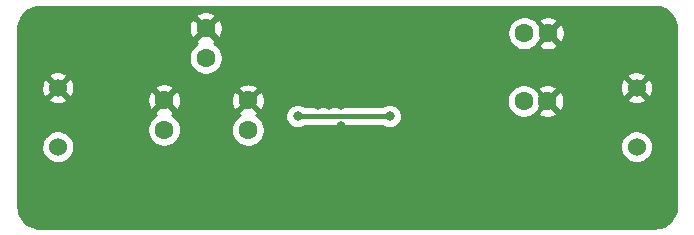
<source format=gbl>
G04 #@! TF.GenerationSoftware,KiCad,Pcbnew,(5.1.0-1220-ga833aeeac)*
G04 #@! TF.CreationDate,2019-07-09T23:07:38+03:00*
G04 #@! TF.ProjectId,proto_II_buck_kicad,70726f74-6f5f-4494-995f-6275636b5f6b,rev?*
G04 #@! TF.SameCoordinates,Original*
G04 #@! TF.FileFunction,Copper,L2,Bot*
G04 #@! TF.FilePolarity,Positive*
%FSLAX46Y46*%
G04 Gerber Fmt 4.6, Leading zero omitted, Abs format (unit mm)*
G04 Created by KiCad (PCBNEW (5.1.0-1220-ga833aeeac)) date 2019-07-09 23:07:38*
%MOMM*%
%LPD*%
G04 APERTURE LIST*
%ADD10C,1.524000*%
%ADD11C,1.600000*%
%ADD12C,0.800000*%
%ADD13C,0.400000*%
%ADD14C,0.254000*%
G04 APERTURE END LIST*
D10*
X144000000Y-122500000D03*
X144000000Y-117500000D03*
X193000000Y-117500000D03*
X193000000Y-122500000D03*
D11*
X160100000Y-118575000D03*
X160100000Y-121075000D03*
X153000000Y-118550000D03*
X153000000Y-121050000D03*
X156525000Y-112475000D03*
X156525000Y-114975000D03*
X185450000Y-118625000D03*
X183450000Y-118625000D03*
X185500000Y-112875000D03*
X183500000Y-112875000D03*
D12*
X164300000Y-119900000D03*
X172100000Y-119900000D03*
X167000000Y-126000000D03*
X168000000Y-126000000D03*
X169000000Y-126000000D03*
X167000000Y-127000000D03*
X168000000Y-127000000D03*
X169000000Y-127000000D03*
X167000000Y-128000000D03*
X168000000Y-128000000D03*
X169000000Y-128000000D03*
X166000000Y-119000000D03*
X167000000Y-119000000D03*
X168000000Y-119000000D03*
X142500000Y-112500000D03*
X145000000Y-112500000D03*
X147500000Y-112500000D03*
X150000000Y-112500000D03*
X152500000Y-112500000D03*
X160000000Y-112500000D03*
X162500000Y-112500000D03*
X165000000Y-112500000D03*
X167500000Y-112500000D03*
X170000000Y-112500000D03*
X172500000Y-112500000D03*
X167500000Y-115000000D03*
X182500000Y-127500000D03*
X187500000Y-127500000D03*
X185000000Y-127500000D03*
X192500000Y-127500000D03*
X190000000Y-127500000D03*
X142500000Y-127500000D03*
X145000000Y-127500000D03*
X147500000Y-127500000D03*
X150000000Y-127500000D03*
X172264290Y-122735710D03*
X175250000Y-122500000D03*
X177000000Y-122500000D03*
X173500000Y-122500000D03*
X152500000Y-127500000D03*
X155000000Y-127500000D03*
X161500000Y-126000000D03*
X166500000Y-115000000D03*
X163250000Y-115750000D03*
X163250000Y-117250000D03*
X168000000Y-124750000D03*
X168000000Y-123750000D03*
X168000000Y-122750000D03*
X168000000Y-121750000D03*
X168000000Y-120750000D03*
X165500000Y-115000000D03*
X176000000Y-114000000D03*
X178000000Y-114000000D03*
X180000000Y-114000000D03*
X156250000Y-129000000D03*
X161500000Y-129000000D03*
X180000000Y-127500000D03*
X191250000Y-128500000D03*
X188750000Y-128500000D03*
X186250000Y-128500000D03*
X183750000Y-128500000D03*
X181250000Y-128500000D03*
X181250000Y-126250000D03*
X183750000Y-126250000D03*
X186250000Y-126250000D03*
X188750000Y-126250000D03*
X191250000Y-126250000D03*
X143750000Y-128500000D03*
X146250000Y-128500000D03*
X148750000Y-128500000D03*
X151250000Y-128500000D03*
X143750000Y-111250000D03*
X146500000Y-111250000D03*
X148750000Y-111250000D03*
X151250000Y-111250000D03*
X154000000Y-111250000D03*
X161250000Y-111250000D03*
X163750000Y-111250000D03*
X166250000Y-111250000D03*
X168750000Y-111250000D03*
X171250000Y-111250000D03*
X174250000Y-114000000D03*
X171250000Y-113750000D03*
X168750000Y-113750000D03*
X166250000Y-113750000D03*
X163750000Y-113750000D03*
D13*
X164300000Y-119900000D02*
X172100000Y-119900000D01*
D14*
G36*
X194434140Y-110635793D02*
G01*
X194452790Y-110638480D01*
X194459045Y-110638911D01*
X194459800Y-110638960D01*
X194732935Y-110656144D01*
X194962185Y-110699876D01*
X195184166Y-110772002D01*
X195395349Y-110871378D01*
X195592403Y-110996433D01*
X195772241Y-111145207D01*
X195932006Y-111315339D01*
X196069191Y-111504159D01*
X196181633Y-111708690D01*
X196267548Y-111925691D01*
X196325590Y-112151748D01*
X196356107Y-112393317D01*
X196360092Y-112520109D01*
X196361939Y-112538064D01*
X196365000Y-112555513D01*
X196365001Y-127430540D01*
X196364206Y-127434141D01*
X196361520Y-127452790D01*
X196361089Y-127459045D01*
X196361040Y-127459800D01*
X196343856Y-127732935D01*
X196300124Y-127962186D01*
X196227999Y-128184164D01*
X196128625Y-128395344D01*
X196003567Y-128592403D01*
X195854797Y-128772236D01*
X195684660Y-128932006D01*
X195495841Y-129069191D01*
X195291312Y-129181632D01*
X195074309Y-129267549D01*
X194848252Y-129325590D01*
X194606683Y-129356107D01*
X194479891Y-129360092D01*
X194461936Y-129361939D01*
X194444487Y-129365000D01*
X142569452Y-129365000D01*
X142565860Y-129364207D01*
X142547210Y-129361520D01*
X142540955Y-129361089D01*
X142540200Y-129361040D01*
X142267065Y-129343856D01*
X142037814Y-129300124D01*
X141815836Y-129227999D01*
X141604656Y-129128625D01*
X141407597Y-129003567D01*
X141227764Y-128854797D01*
X141067994Y-128684660D01*
X140930809Y-128495841D01*
X140818368Y-128291312D01*
X140732451Y-128074309D01*
X140674410Y-127848252D01*
X140643893Y-127606683D01*
X140639908Y-127479891D01*
X140638061Y-127461936D01*
X140635000Y-127444487D01*
X140635000Y-122474595D01*
X142598555Y-122474595D01*
X142612790Y-122700852D01*
X142616205Y-122723171D01*
X142670281Y-122943331D01*
X142677595Y-122964694D01*
X142769804Y-123171798D01*
X142780785Y-123191527D01*
X142908212Y-123379030D01*
X142922513Y-123396502D01*
X143081129Y-123558476D01*
X143098298Y-123573140D01*
X143283091Y-123704465D01*
X143302586Y-123715857D01*
X143507714Y-123812383D01*
X143528918Y-123820143D01*
X143747898Y-123878818D01*
X143770140Y-123882700D01*
X143996049Y-123901671D01*
X144018629Y-123901552D01*
X144244327Y-123880217D01*
X144266528Y-123876103D01*
X144484880Y-123815138D01*
X144506001Y-123807156D01*
X144710107Y-123708487D01*
X144729481Y-123696892D01*
X144912889Y-123563639D01*
X144929904Y-123548796D01*
X145086816Y-123385170D01*
X145100934Y-123367549D01*
X145226390Y-123178722D01*
X145237164Y-123158879D01*
X145327199Y-122950820D01*
X145334289Y-122929383D01*
X145386057Y-122708669D01*
X145389368Y-122682992D01*
X145397041Y-122389972D01*
X145395078Y-122364158D01*
X145354932Y-122141037D01*
X145348974Y-122119258D01*
X145269951Y-121906772D01*
X145260230Y-121886393D01*
X145144829Y-121691259D01*
X145131653Y-121672922D01*
X144983519Y-121501308D01*
X144967305Y-121485595D01*
X144791123Y-121342926D01*
X144772382Y-121330333D01*
X144573720Y-121221117D01*
X144553045Y-121212041D01*
X144338182Y-121139732D01*
X144316227Y-121134461D01*
X144091955Y-121101343D01*
X144069413Y-121100044D01*
X143842821Y-121107165D01*
X143820405Y-121109877D01*
X143598654Y-121157012D01*
X143577073Y-121163651D01*
X143367175Y-121249309D01*
X143347111Y-121259665D01*
X143155698Y-121381139D01*
X143137785Y-121394885D01*
X142970909Y-121548336D01*
X142955713Y-121565036D01*
X142818648Y-121745612D01*
X142806649Y-121764739D01*
X142703727Y-121966734D01*
X142695305Y-121987684D01*
X142629781Y-122204712D01*
X142625203Y-122226822D01*
X142599146Y-122452024D01*
X142598555Y-122474595D01*
X140635000Y-122474595D01*
X140635000Y-120935565D01*
X151565000Y-120935565D01*
X151565000Y-121164435D01*
X151566929Y-121186488D01*
X151606672Y-121411881D01*
X151612402Y-121433265D01*
X151690681Y-121648333D01*
X151700037Y-121668396D01*
X151814472Y-121866604D01*
X151827170Y-121884738D01*
X151974285Y-122060062D01*
X151989938Y-122075715D01*
X152165262Y-122222830D01*
X152183396Y-122235528D01*
X152381604Y-122349963D01*
X152401667Y-122359319D01*
X152616735Y-122437598D01*
X152638119Y-122443328D01*
X152863512Y-122483071D01*
X152885565Y-122485000D01*
X153114435Y-122485000D01*
X153136488Y-122483071D01*
X153361881Y-122443328D01*
X153383265Y-122437598D01*
X153598333Y-122359319D01*
X153618396Y-122349963D01*
X153816604Y-122235528D01*
X153834738Y-122222830D01*
X154010062Y-122075715D01*
X154025715Y-122060062D01*
X154172830Y-121884738D01*
X154185528Y-121866604D01*
X154299963Y-121668396D01*
X154309319Y-121648333D01*
X154387598Y-121433265D01*
X154393328Y-121411881D01*
X154433071Y-121186488D01*
X154435000Y-121164435D01*
X154435000Y-120960565D01*
X158665000Y-120960565D01*
X158665000Y-121189435D01*
X158666929Y-121211488D01*
X158706672Y-121436881D01*
X158712402Y-121458265D01*
X158790681Y-121673333D01*
X158800037Y-121693396D01*
X158914472Y-121891604D01*
X158927170Y-121909738D01*
X159074285Y-122085062D01*
X159089938Y-122100715D01*
X159265262Y-122247830D01*
X159283396Y-122260528D01*
X159481604Y-122374963D01*
X159501667Y-122384319D01*
X159716735Y-122462598D01*
X159738119Y-122468328D01*
X159963512Y-122508071D01*
X159985565Y-122510000D01*
X160214435Y-122510000D01*
X160236488Y-122508071D01*
X160426339Y-122474595D01*
X191598555Y-122474595D01*
X191612790Y-122700852D01*
X191616205Y-122723171D01*
X191670281Y-122943331D01*
X191677595Y-122964694D01*
X191769804Y-123171798D01*
X191780785Y-123191527D01*
X191908212Y-123379030D01*
X191922513Y-123396502D01*
X192081129Y-123558476D01*
X192098298Y-123573140D01*
X192283091Y-123704465D01*
X192302586Y-123715857D01*
X192507714Y-123812383D01*
X192528918Y-123820143D01*
X192747898Y-123878818D01*
X192770140Y-123882700D01*
X192996049Y-123901671D01*
X193018629Y-123901552D01*
X193244327Y-123880217D01*
X193266528Y-123876103D01*
X193484880Y-123815138D01*
X193506001Y-123807156D01*
X193710107Y-123708487D01*
X193729481Y-123696892D01*
X193912889Y-123563639D01*
X193929904Y-123548796D01*
X194086816Y-123385170D01*
X194100934Y-123367549D01*
X194226390Y-123178722D01*
X194237164Y-123158879D01*
X194327199Y-122950820D01*
X194334289Y-122929383D01*
X194386057Y-122708669D01*
X194389368Y-122682992D01*
X194397041Y-122389972D01*
X194395078Y-122364158D01*
X194354932Y-122141037D01*
X194348974Y-122119258D01*
X194269951Y-121906772D01*
X194260230Y-121886393D01*
X194144829Y-121691259D01*
X194131653Y-121672922D01*
X193983519Y-121501308D01*
X193967305Y-121485595D01*
X193791123Y-121342926D01*
X193772382Y-121330333D01*
X193573720Y-121221117D01*
X193553045Y-121212041D01*
X193338182Y-121139732D01*
X193316227Y-121134461D01*
X193091955Y-121101343D01*
X193069413Y-121100044D01*
X192842821Y-121107165D01*
X192820405Y-121109877D01*
X192598654Y-121157012D01*
X192577073Y-121163651D01*
X192367175Y-121249309D01*
X192347111Y-121259665D01*
X192155698Y-121381139D01*
X192137785Y-121394885D01*
X191970909Y-121548336D01*
X191955713Y-121565036D01*
X191818648Y-121745612D01*
X191806649Y-121764739D01*
X191703727Y-121966734D01*
X191695305Y-121987684D01*
X191629781Y-122204712D01*
X191625203Y-122226822D01*
X191599146Y-122452024D01*
X191598555Y-122474595D01*
X160426339Y-122474595D01*
X160461881Y-122468328D01*
X160483265Y-122462598D01*
X160698333Y-122384319D01*
X160718396Y-122374963D01*
X160916604Y-122260528D01*
X160934738Y-122247830D01*
X161110062Y-122100715D01*
X161125715Y-122085062D01*
X161272830Y-121909738D01*
X161285528Y-121891604D01*
X161399963Y-121693396D01*
X161409319Y-121673333D01*
X161487598Y-121458265D01*
X161493328Y-121436881D01*
X161533071Y-121211488D01*
X161535000Y-121189435D01*
X161535000Y-120960565D01*
X161533071Y-120938512D01*
X161493328Y-120713119D01*
X161487598Y-120691735D01*
X161409319Y-120476667D01*
X161399963Y-120456604D01*
X161285528Y-120258396D01*
X161272830Y-120240262D01*
X161125715Y-120064938D01*
X161110062Y-120049285D01*
X160934738Y-119902170D01*
X160916604Y-119889472D01*
X160804935Y-119825000D01*
X160882080Y-119780460D01*
X163265000Y-119780460D01*
X163265000Y-120019540D01*
X163269327Y-120052410D01*
X163331206Y-120283345D01*
X163343894Y-120313975D01*
X163463434Y-120521025D01*
X163483616Y-120547328D01*
X163652672Y-120716384D01*
X163678975Y-120736566D01*
X163886025Y-120856106D01*
X163916655Y-120868794D01*
X164147590Y-120930673D01*
X164180460Y-120935000D01*
X164419540Y-120935000D01*
X164452410Y-120930673D01*
X164683345Y-120868794D01*
X164713975Y-120856106D01*
X164921025Y-120736566D01*
X164923066Y-120735000D01*
X171476934Y-120735000D01*
X171478975Y-120736566D01*
X171686025Y-120856106D01*
X171716655Y-120868794D01*
X171947590Y-120930673D01*
X171980460Y-120935000D01*
X172219540Y-120935000D01*
X172252410Y-120930673D01*
X172483345Y-120868794D01*
X172513975Y-120856106D01*
X172721025Y-120736566D01*
X172747328Y-120716384D01*
X172916384Y-120547328D01*
X172936566Y-120521025D01*
X173056106Y-120313975D01*
X173068794Y-120283345D01*
X173130673Y-120052410D01*
X173135000Y-120019540D01*
X173135000Y-119780460D01*
X173130673Y-119747590D01*
X173068794Y-119516655D01*
X173056106Y-119486025D01*
X172936566Y-119278975D01*
X172916384Y-119252672D01*
X172747328Y-119083616D01*
X172721025Y-119063434D01*
X172513975Y-118943894D01*
X172483345Y-118931206D01*
X172252410Y-118869327D01*
X172219540Y-118865000D01*
X171980460Y-118865000D01*
X171947590Y-118869327D01*
X171716655Y-118931206D01*
X171686025Y-118943894D01*
X171478975Y-119063434D01*
X171476934Y-119065000D01*
X164923066Y-119065000D01*
X164921025Y-119063434D01*
X164713975Y-118943894D01*
X164683345Y-118931206D01*
X164452410Y-118869327D01*
X164419540Y-118865000D01*
X164180460Y-118865000D01*
X164147590Y-118869327D01*
X163916655Y-118931206D01*
X163886025Y-118943894D01*
X163678975Y-119063434D01*
X163652672Y-119083616D01*
X163483616Y-119252672D01*
X163463434Y-119278975D01*
X163343894Y-119486025D01*
X163331206Y-119516655D01*
X163269327Y-119747590D01*
X163265000Y-119780460D01*
X160882080Y-119780460D01*
X160893292Y-119773987D01*
X160942674Y-119722197D01*
X160956217Y-119651930D01*
X160919595Y-119574199D01*
X160189803Y-118844407D01*
X160126996Y-118810112D01*
X160055618Y-118815217D01*
X160010197Y-118844407D01*
X159280405Y-119574199D01*
X159246110Y-119637006D01*
X159251215Y-119708384D01*
X159306708Y-119773987D01*
X159395065Y-119825000D01*
X159283396Y-119889472D01*
X159265262Y-119902170D01*
X159089938Y-120049285D01*
X159074285Y-120064938D01*
X158927170Y-120240262D01*
X158914472Y-120258396D01*
X158800037Y-120456604D01*
X158790681Y-120476667D01*
X158712402Y-120691735D01*
X158706672Y-120713119D01*
X158666929Y-120938512D01*
X158665000Y-120960565D01*
X154435000Y-120960565D01*
X154435000Y-120935565D01*
X154433071Y-120913512D01*
X154393328Y-120688119D01*
X154387598Y-120666735D01*
X154309319Y-120451667D01*
X154299963Y-120431604D01*
X154185528Y-120233396D01*
X154172830Y-120215262D01*
X154025715Y-120039938D01*
X154010062Y-120024285D01*
X153834738Y-119877170D01*
X153816604Y-119864472D01*
X153704935Y-119800000D01*
X153793292Y-119748987D01*
X153842674Y-119697197D01*
X153856217Y-119626930D01*
X153819595Y-119549199D01*
X153089803Y-118819407D01*
X153026996Y-118785112D01*
X152955618Y-118790217D01*
X152910197Y-118819407D01*
X152180405Y-119549199D01*
X152146110Y-119612006D01*
X152151215Y-119683384D01*
X152206708Y-119748987D01*
X152295065Y-119800000D01*
X152183396Y-119864472D01*
X152165262Y-119877170D01*
X151989938Y-120024285D01*
X151974285Y-120039938D01*
X151827170Y-120215262D01*
X151814472Y-120233396D01*
X151700037Y-120431604D01*
X151690681Y-120451667D01*
X151612402Y-120666735D01*
X151606672Y-120688119D01*
X151566929Y-120913512D01*
X151565000Y-120935565D01*
X140635000Y-120935565D01*
X140635000Y-118533072D01*
X143175044Y-118533072D01*
X143180149Y-118604450D01*
X143225573Y-118663589D01*
X143283091Y-118704465D01*
X143302586Y-118715857D01*
X143507714Y-118812383D01*
X143528918Y-118820143D01*
X143747898Y-118878818D01*
X143770140Y-118882700D01*
X143996049Y-118901671D01*
X144018629Y-118901552D01*
X144244327Y-118880217D01*
X144266528Y-118876103D01*
X144484880Y-118815138D01*
X144506001Y-118807156D01*
X144710107Y-118708487D01*
X144729481Y-118696893D01*
X144775877Y-118663185D01*
X144819575Y-118606517D01*
X144825700Y-118535219D01*
X144791032Y-118470636D01*
X144755961Y-118435565D01*
X151565000Y-118435565D01*
X151565000Y-118664435D01*
X151566929Y-118686488D01*
X151606672Y-118911881D01*
X151612402Y-118933265D01*
X151690681Y-119148333D01*
X151700037Y-119168396D01*
X151801013Y-119343292D01*
X151852803Y-119392674D01*
X151923070Y-119406217D01*
X152000801Y-119369595D01*
X152730593Y-118639803D01*
X152764888Y-118576996D01*
X152761027Y-118523004D01*
X153235112Y-118523004D01*
X153240217Y-118594382D01*
X153269407Y-118639803D01*
X153999199Y-119369595D01*
X154062006Y-119403890D01*
X154133384Y-119398785D01*
X154198987Y-119343292D01*
X154299963Y-119168396D01*
X154309319Y-119148333D01*
X154387598Y-118933265D01*
X154393328Y-118911881D01*
X154433071Y-118686488D01*
X154435000Y-118664435D01*
X154435000Y-118460565D01*
X158665000Y-118460565D01*
X158665000Y-118689435D01*
X158666929Y-118711488D01*
X158706672Y-118936881D01*
X158712402Y-118958265D01*
X158790681Y-119173333D01*
X158800037Y-119193396D01*
X158901013Y-119368292D01*
X158952803Y-119417674D01*
X159023070Y-119431217D01*
X159100801Y-119394595D01*
X159830593Y-118664803D01*
X159864888Y-118601996D01*
X159861027Y-118548004D01*
X160335112Y-118548004D01*
X160340217Y-118619382D01*
X160369407Y-118664803D01*
X161099199Y-119394595D01*
X161162006Y-119428890D01*
X161233384Y-119423785D01*
X161298987Y-119368292D01*
X161399963Y-119193396D01*
X161409319Y-119173333D01*
X161487598Y-118958265D01*
X161493328Y-118936881D01*
X161533071Y-118711488D01*
X161535000Y-118689435D01*
X161535000Y-118510565D01*
X182015000Y-118510565D01*
X182015000Y-118739435D01*
X182016929Y-118761488D01*
X182056672Y-118986881D01*
X182062402Y-119008265D01*
X182140681Y-119223333D01*
X182150037Y-119243396D01*
X182264472Y-119441604D01*
X182277170Y-119459738D01*
X182424285Y-119635062D01*
X182439938Y-119650715D01*
X182615262Y-119797830D01*
X182633396Y-119810528D01*
X182831604Y-119924963D01*
X182851667Y-119934319D01*
X183066735Y-120012598D01*
X183088119Y-120018328D01*
X183313512Y-120058071D01*
X183335565Y-120060000D01*
X183564435Y-120060000D01*
X183586488Y-120058071D01*
X183811881Y-120018328D01*
X183833265Y-120012598D01*
X184048333Y-119934319D01*
X184068396Y-119924963D01*
X184266604Y-119810528D01*
X184284738Y-119797830D01*
X184416812Y-119687006D01*
X184596110Y-119687006D01*
X184601215Y-119758384D01*
X184656708Y-119823987D01*
X184831604Y-119924963D01*
X184851667Y-119934319D01*
X185066735Y-120012598D01*
X185088119Y-120018328D01*
X185313512Y-120058071D01*
X185335565Y-120060000D01*
X185564435Y-120060000D01*
X185586488Y-120058071D01*
X185811881Y-120018328D01*
X185833265Y-120012598D01*
X186048333Y-119934319D01*
X186068396Y-119924963D01*
X186243292Y-119823987D01*
X186292674Y-119772197D01*
X186306217Y-119701930D01*
X186269595Y-119624199D01*
X185539803Y-118894407D01*
X185476996Y-118860112D01*
X185405618Y-118865217D01*
X185360197Y-118894407D01*
X184630405Y-119624199D01*
X184596110Y-119687006D01*
X184416812Y-119687006D01*
X184460062Y-119650715D01*
X184475715Y-119635062D01*
X184622830Y-119459738D01*
X184635528Y-119441604D01*
X184749963Y-119243396D01*
X184759319Y-119223333D01*
X184809252Y-119086144D01*
X185180593Y-118714803D01*
X185214888Y-118651996D01*
X185211027Y-118598004D01*
X185685112Y-118598004D01*
X185690217Y-118669382D01*
X185719407Y-118714803D01*
X186449199Y-119444595D01*
X186512006Y-119478890D01*
X186583384Y-119473785D01*
X186648987Y-119418292D01*
X186749963Y-119243396D01*
X186759319Y-119223333D01*
X186837598Y-119008265D01*
X186843328Y-118986881D01*
X186883071Y-118761488D01*
X186885000Y-118739435D01*
X186885000Y-118533072D01*
X192175044Y-118533072D01*
X192180149Y-118604450D01*
X192225573Y-118663589D01*
X192283091Y-118704465D01*
X192302586Y-118715857D01*
X192507714Y-118812383D01*
X192528918Y-118820143D01*
X192747898Y-118878818D01*
X192770140Y-118882700D01*
X192996049Y-118901671D01*
X193018629Y-118901552D01*
X193244327Y-118880217D01*
X193266528Y-118876103D01*
X193484880Y-118815138D01*
X193506001Y-118807156D01*
X193710107Y-118708487D01*
X193729481Y-118696893D01*
X193775877Y-118663185D01*
X193819575Y-118606517D01*
X193825700Y-118535219D01*
X193791032Y-118470636D01*
X193089803Y-117769407D01*
X193026996Y-117735112D01*
X192955618Y-117740217D01*
X192910197Y-117769407D01*
X192209339Y-118470265D01*
X192175044Y-118533072D01*
X186885000Y-118533072D01*
X186885000Y-118510565D01*
X186883071Y-118488512D01*
X186843328Y-118263119D01*
X186837598Y-118241735D01*
X186759319Y-118026667D01*
X186749963Y-118006604D01*
X186648987Y-117831708D01*
X186597197Y-117782326D01*
X186526930Y-117768783D01*
X186449199Y-117805405D01*
X185719407Y-118535197D01*
X185685112Y-118598004D01*
X185211027Y-118598004D01*
X185209783Y-118580618D01*
X185180593Y-118535197D01*
X184809252Y-118163856D01*
X184759319Y-118026667D01*
X184749963Y-118006604D01*
X184635528Y-117808396D01*
X184622830Y-117790262D01*
X184475715Y-117614938D01*
X184460062Y-117599285D01*
X184399027Y-117548070D01*
X184593783Y-117548070D01*
X184630405Y-117625801D01*
X185360197Y-118355593D01*
X185423004Y-118389888D01*
X185494382Y-118384783D01*
X185539803Y-118355593D01*
X186269595Y-117625801D01*
X186303890Y-117562994D01*
X186298785Y-117491616D01*
X186284388Y-117474595D01*
X191598555Y-117474595D01*
X191612790Y-117700852D01*
X191616205Y-117723171D01*
X191670281Y-117943331D01*
X191677595Y-117964694D01*
X191769804Y-118171798D01*
X191780784Y-118191526D01*
X191835336Y-118271798D01*
X191890604Y-118317255D01*
X191961674Y-118325615D01*
X192030179Y-118290217D01*
X192730593Y-117589803D01*
X192764888Y-117526996D01*
X192761027Y-117473004D01*
X193235112Y-117473004D01*
X193240217Y-117544382D01*
X193269407Y-117589803D01*
X193969748Y-118290144D01*
X194032555Y-118324439D01*
X194103933Y-118319334D01*
X194165332Y-118270622D01*
X194226390Y-118178722D01*
X194237164Y-118158879D01*
X194327199Y-117950820D01*
X194334289Y-117929383D01*
X194386057Y-117708669D01*
X194389368Y-117682992D01*
X194397041Y-117389972D01*
X194395078Y-117364158D01*
X194354932Y-117141037D01*
X194348974Y-117119258D01*
X194269951Y-116906772D01*
X194260230Y-116886393D01*
X194170020Y-116733856D01*
X194117716Y-116685019D01*
X194047311Y-116672212D01*
X193970903Y-116708701D01*
X193269407Y-117410197D01*
X193235112Y-117473004D01*
X192761027Y-117473004D01*
X192759783Y-117455618D01*
X192730593Y-117410197D01*
X192028328Y-116707932D01*
X191965521Y-116673637D01*
X191894143Y-116678742D01*
X191837364Y-116720953D01*
X191818646Y-116745614D01*
X191806649Y-116764739D01*
X191703727Y-116966734D01*
X191695305Y-116987684D01*
X191629781Y-117204712D01*
X191625203Y-117226822D01*
X191599146Y-117452024D01*
X191598555Y-117474595D01*
X186284388Y-117474595D01*
X186243292Y-117426013D01*
X186068396Y-117325037D01*
X186048333Y-117315681D01*
X185833265Y-117237402D01*
X185811881Y-117231672D01*
X185586488Y-117191929D01*
X185564435Y-117190000D01*
X185335565Y-117190000D01*
X185313512Y-117191929D01*
X185088119Y-117231672D01*
X185066735Y-117237402D01*
X184851667Y-117315681D01*
X184831604Y-117325037D01*
X184656708Y-117426013D01*
X184607326Y-117477803D01*
X184593783Y-117548070D01*
X184399027Y-117548070D01*
X184284738Y-117452170D01*
X184266604Y-117439472D01*
X184068396Y-117325037D01*
X184048333Y-117315681D01*
X183833265Y-117237402D01*
X183811881Y-117231672D01*
X183586488Y-117191929D01*
X183564435Y-117190000D01*
X183335565Y-117190000D01*
X183313512Y-117191929D01*
X183088119Y-117231672D01*
X183066735Y-117237402D01*
X182851667Y-117315681D01*
X182831604Y-117325037D01*
X182633396Y-117439472D01*
X182615262Y-117452170D01*
X182439938Y-117599285D01*
X182424285Y-117614938D01*
X182277170Y-117790262D01*
X182264472Y-117808396D01*
X182150037Y-118006604D01*
X182140681Y-118026667D01*
X182062402Y-118241735D01*
X182056672Y-118263119D01*
X182016929Y-118488512D01*
X182015000Y-118510565D01*
X161535000Y-118510565D01*
X161535000Y-118460565D01*
X161533071Y-118438512D01*
X161493328Y-118213119D01*
X161487598Y-118191735D01*
X161409319Y-117976667D01*
X161399963Y-117956604D01*
X161298987Y-117781708D01*
X161247197Y-117732326D01*
X161176930Y-117718783D01*
X161099199Y-117755405D01*
X160369407Y-118485197D01*
X160335112Y-118548004D01*
X159861027Y-118548004D01*
X159859783Y-118530618D01*
X159830593Y-118485197D01*
X159100801Y-117755405D01*
X159037994Y-117721110D01*
X158966616Y-117726215D01*
X158901013Y-117781708D01*
X158800037Y-117956604D01*
X158790681Y-117976667D01*
X158712402Y-118191735D01*
X158706672Y-118213119D01*
X158666929Y-118438512D01*
X158665000Y-118460565D01*
X154435000Y-118460565D01*
X154435000Y-118435565D01*
X154433071Y-118413512D01*
X154393328Y-118188119D01*
X154387598Y-118166735D01*
X154309319Y-117951667D01*
X154299963Y-117931604D01*
X154198987Y-117756708D01*
X154147197Y-117707326D01*
X154076930Y-117693783D01*
X153999199Y-117730405D01*
X153269407Y-118460197D01*
X153235112Y-118523004D01*
X152761027Y-118523004D01*
X152759783Y-118505618D01*
X152730593Y-118460197D01*
X152000801Y-117730405D01*
X151937994Y-117696110D01*
X151866616Y-117701215D01*
X151801013Y-117756708D01*
X151700037Y-117931604D01*
X151690681Y-117951667D01*
X151612402Y-118166735D01*
X151606672Y-118188119D01*
X151566929Y-118413512D01*
X151565000Y-118435565D01*
X144755961Y-118435565D01*
X144089803Y-117769407D01*
X144026996Y-117735112D01*
X143955618Y-117740217D01*
X143910197Y-117769407D01*
X143209339Y-118470265D01*
X143175044Y-118533072D01*
X140635000Y-118533072D01*
X140635000Y-117474595D01*
X142598555Y-117474595D01*
X142612790Y-117700852D01*
X142616205Y-117723171D01*
X142670281Y-117943331D01*
X142677595Y-117964694D01*
X142769804Y-118171798D01*
X142780784Y-118191526D01*
X142835336Y-118271798D01*
X142890604Y-118317255D01*
X142961674Y-118325615D01*
X143030179Y-118290217D01*
X143730593Y-117589803D01*
X143764888Y-117526996D01*
X143761027Y-117473004D01*
X144235112Y-117473004D01*
X144240217Y-117544382D01*
X144269407Y-117589803D01*
X144969748Y-118290144D01*
X145032555Y-118324439D01*
X145103933Y-118319334D01*
X145165332Y-118270622D01*
X145226390Y-118178722D01*
X145237164Y-118158879D01*
X145327199Y-117950820D01*
X145334289Y-117929383D01*
X145386057Y-117708669D01*
X145389368Y-117682992D01*
X145394865Y-117473070D01*
X152143783Y-117473070D01*
X152180405Y-117550801D01*
X152910197Y-118280593D01*
X152973004Y-118314888D01*
X153044382Y-118309783D01*
X153089803Y-118280593D01*
X153819595Y-117550801D01*
X153848388Y-117498070D01*
X159243783Y-117498070D01*
X159280405Y-117575801D01*
X160010197Y-118305593D01*
X160073004Y-118339888D01*
X160144382Y-118334783D01*
X160189803Y-118305593D01*
X160919595Y-117575801D01*
X160953890Y-117512994D01*
X160948785Y-117441616D01*
X160893292Y-117376013D01*
X160718396Y-117275037D01*
X160698333Y-117265681D01*
X160483265Y-117187402D01*
X160461881Y-117181672D01*
X160236488Y-117141929D01*
X160214435Y-117140000D01*
X159985565Y-117140000D01*
X159963512Y-117141929D01*
X159738119Y-117181672D01*
X159716735Y-117187402D01*
X159501667Y-117265681D01*
X159481604Y-117275037D01*
X159306708Y-117376013D01*
X159257326Y-117427803D01*
X159243783Y-117498070D01*
X153848388Y-117498070D01*
X153853890Y-117487994D01*
X153848785Y-117416616D01*
X153793292Y-117351013D01*
X153618396Y-117250037D01*
X153598333Y-117240681D01*
X153383265Y-117162402D01*
X153361881Y-117156672D01*
X153136488Y-117116929D01*
X153114435Y-117115000D01*
X152885565Y-117115000D01*
X152863512Y-117116929D01*
X152638119Y-117156672D01*
X152616735Y-117162402D01*
X152401667Y-117240681D01*
X152381604Y-117250037D01*
X152206708Y-117351013D01*
X152157326Y-117402803D01*
X152143783Y-117473070D01*
X145394865Y-117473070D01*
X145397041Y-117389972D01*
X145395078Y-117364158D01*
X145354932Y-117141037D01*
X145348974Y-117119258D01*
X145269951Y-116906772D01*
X145260230Y-116886393D01*
X145170020Y-116733856D01*
X145117716Y-116685019D01*
X145047311Y-116672212D01*
X144970903Y-116708701D01*
X144269407Y-117410197D01*
X144235112Y-117473004D01*
X143761027Y-117473004D01*
X143759783Y-117455618D01*
X143730593Y-117410197D01*
X143028328Y-116707932D01*
X142965521Y-116673637D01*
X142894143Y-116678742D01*
X142837364Y-116720953D01*
X142818646Y-116745614D01*
X142806649Y-116764739D01*
X142703727Y-116966734D01*
X142695305Y-116987684D01*
X142629781Y-117204712D01*
X142625203Y-117226822D01*
X142599146Y-117452024D01*
X142598555Y-117474595D01*
X140635000Y-117474595D01*
X140635000Y-116457648D01*
X143173694Y-116457648D01*
X143209700Y-116530096D01*
X143910197Y-117230593D01*
X143973004Y-117264888D01*
X144044382Y-117259783D01*
X144089803Y-117230593D01*
X144793238Y-116527158D01*
X144827533Y-116464351D01*
X144827054Y-116457648D01*
X192173694Y-116457648D01*
X192209700Y-116530096D01*
X192910197Y-117230593D01*
X192973004Y-117264888D01*
X193044382Y-117259783D01*
X193089803Y-117230593D01*
X193793238Y-116527158D01*
X193827533Y-116464351D01*
X193822428Y-116392973D01*
X193764618Y-116326064D01*
X193573720Y-116221117D01*
X193553045Y-116212041D01*
X193338182Y-116139732D01*
X193316227Y-116134461D01*
X193091955Y-116101343D01*
X193069413Y-116100044D01*
X192842821Y-116107165D01*
X192820405Y-116109877D01*
X192598654Y-116157012D01*
X192577073Y-116163651D01*
X192367175Y-116249309D01*
X192347112Y-116259665D01*
X192231454Y-116333063D01*
X192184283Y-116386876D01*
X192173694Y-116457648D01*
X144827054Y-116457648D01*
X144822428Y-116392973D01*
X144764618Y-116326064D01*
X144573720Y-116221117D01*
X144553045Y-116212041D01*
X144338182Y-116139732D01*
X144316227Y-116134461D01*
X144091955Y-116101343D01*
X144069413Y-116100044D01*
X143842821Y-116107165D01*
X143820405Y-116109877D01*
X143598654Y-116157012D01*
X143577073Y-116163651D01*
X143367175Y-116249309D01*
X143347112Y-116259665D01*
X143231454Y-116333063D01*
X143184283Y-116386876D01*
X143173694Y-116457648D01*
X140635000Y-116457648D01*
X140635000Y-114860565D01*
X155090000Y-114860565D01*
X155090000Y-115089435D01*
X155091929Y-115111488D01*
X155131672Y-115336881D01*
X155137402Y-115358265D01*
X155215681Y-115573333D01*
X155225037Y-115593396D01*
X155339472Y-115791604D01*
X155352170Y-115809738D01*
X155499285Y-115985062D01*
X155514938Y-116000715D01*
X155690262Y-116147830D01*
X155708396Y-116160528D01*
X155906604Y-116274963D01*
X155926667Y-116284319D01*
X156141735Y-116362598D01*
X156163119Y-116368328D01*
X156388512Y-116408071D01*
X156410565Y-116410000D01*
X156639435Y-116410000D01*
X156661488Y-116408071D01*
X156886881Y-116368328D01*
X156908265Y-116362598D01*
X157123333Y-116284319D01*
X157143396Y-116274963D01*
X157341604Y-116160528D01*
X157359738Y-116147830D01*
X157535062Y-116000715D01*
X157550715Y-115985062D01*
X157697830Y-115809738D01*
X157710528Y-115791604D01*
X157824963Y-115593396D01*
X157834319Y-115573333D01*
X157912598Y-115358265D01*
X157918328Y-115336881D01*
X157958071Y-115111488D01*
X157960000Y-115089435D01*
X157960000Y-114860565D01*
X157958071Y-114838512D01*
X157918328Y-114613119D01*
X157912598Y-114591735D01*
X157834319Y-114376667D01*
X157824963Y-114356604D01*
X157710528Y-114158396D01*
X157697830Y-114140262D01*
X157550715Y-113964938D01*
X157535062Y-113949285D01*
X157359738Y-113802170D01*
X157341604Y-113789472D01*
X157229935Y-113725000D01*
X157318292Y-113673987D01*
X157367674Y-113622197D01*
X157381217Y-113551930D01*
X157344595Y-113474199D01*
X156614803Y-112744407D01*
X156551996Y-112710112D01*
X156480618Y-112715217D01*
X156435197Y-112744407D01*
X155705405Y-113474199D01*
X155671110Y-113537006D01*
X155676215Y-113608384D01*
X155731708Y-113673987D01*
X155820065Y-113725000D01*
X155708396Y-113789472D01*
X155690262Y-113802170D01*
X155514938Y-113949285D01*
X155499285Y-113964938D01*
X155352170Y-114140262D01*
X155339472Y-114158396D01*
X155225037Y-114356604D01*
X155215681Y-114376667D01*
X155137402Y-114591735D01*
X155131672Y-114613119D01*
X155091929Y-114838512D01*
X155090000Y-114860565D01*
X140635000Y-114860565D01*
X140635000Y-112569452D01*
X140635793Y-112565860D01*
X140638480Y-112547210D01*
X140638911Y-112540955D01*
X140638960Y-112540200D01*
X140650261Y-112360565D01*
X155090000Y-112360565D01*
X155090000Y-112589435D01*
X155091929Y-112611488D01*
X155131672Y-112836881D01*
X155137402Y-112858265D01*
X155215681Y-113073333D01*
X155225037Y-113093396D01*
X155326013Y-113268292D01*
X155377803Y-113317674D01*
X155448070Y-113331217D01*
X155525801Y-113294595D01*
X156255593Y-112564803D01*
X156289888Y-112501996D01*
X156286027Y-112448004D01*
X156760112Y-112448004D01*
X156765217Y-112519382D01*
X156794407Y-112564803D01*
X157524199Y-113294595D01*
X157587006Y-113328890D01*
X157658384Y-113323785D01*
X157723987Y-113268292D01*
X157824963Y-113093396D01*
X157834319Y-113073333D01*
X157912598Y-112858265D01*
X157918328Y-112836881D01*
X157931784Y-112760565D01*
X182065000Y-112760565D01*
X182065000Y-112989435D01*
X182066929Y-113011488D01*
X182106672Y-113236881D01*
X182112402Y-113258265D01*
X182190681Y-113473333D01*
X182200037Y-113493396D01*
X182314472Y-113691604D01*
X182327170Y-113709738D01*
X182474285Y-113885062D01*
X182489938Y-113900715D01*
X182665262Y-114047830D01*
X182683396Y-114060528D01*
X182881604Y-114174963D01*
X182901667Y-114184319D01*
X183116735Y-114262598D01*
X183138119Y-114268328D01*
X183363512Y-114308071D01*
X183385565Y-114310000D01*
X183614435Y-114310000D01*
X183636488Y-114308071D01*
X183861881Y-114268328D01*
X183883265Y-114262598D01*
X184098333Y-114184319D01*
X184118396Y-114174963D01*
X184316604Y-114060528D01*
X184334738Y-114047830D01*
X184466812Y-113937006D01*
X184646110Y-113937006D01*
X184651215Y-114008384D01*
X184706708Y-114073987D01*
X184881604Y-114174963D01*
X184901667Y-114184319D01*
X185116735Y-114262598D01*
X185138119Y-114268328D01*
X185363512Y-114308071D01*
X185385565Y-114310000D01*
X185614435Y-114310000D01*
X185636488Y-114308071D01*
X185861881Y-114268328D01*
X185883265Y-114262598D01*
X186098333Y-114184319D01*
X186118396Y-114174963D01*
X186293292Y-114073987D01*
X186342674Y-114022197D01*
X186356217Y-113951930D01*
X186319595Y-113874199D01*
X185589803Y-113144407D01*
X185526996Y-113110112D01*
X185455618Y-113115217D01*
X185410197Y-113144407D01*
X184680405Y-113874199D01*
X184646110Y-113937006D01*
X184466812Y-113937006D01*
X184510062Y-113900715D01*
X184525715Y-113885062D01*
X184672830Y-113709738D01*
X184685528Y-113691604D01*
X184799963Y-113493396D01*
X184809319Y-113473333D01*
X184859252Y-113336144D01*
X185230593Y-112964803D01*
X185264888Y-112901996D01*
X185261027Y-112848004D01*
X185735112Y-112848004D01*
X185740217Y-112919382D01*
X185769407Y-112964803D01*
X186499199Y-113694595D01*
X186562006Y-113728890D01*
X186633384Y-113723785D01*
X186698987Y-113668292D01*
X186799963Y-113493396D01*
X186809319Y-113473333D01*
X186887598Y-113258265D01*
X186893328Y-113236881D01*
X186933071Y-113011488D01*
X186935000Y-112989435D01*
X186935000Y-112760565D01*
X186933071Y-112738512D01*
X186893328Y-112513119D01*
X186887598Y-112491735D01*
X186809319Y-112276667D01*
X186799963Y-112256604D01*
X186698987Y-112081708D01*
X186647197Y-112032326D01*
X186576930Y-112018783D01*
X186499199Y-112055405D01*
X185769407Y-112785197D01*
X185735112Y-112848004D01*
X185261027Y-112848004D01*
X185259783Y-112830618D01*
X185230593Y-112785197D01*
X184859252Y-112413856D01*
X184809319Y-112276667D01*
X184799963Y-112256604D01*
X184685528Y-112058396D01*
X184672830Y-112040262D01*
X184525715Y-111864938D01*
X184510062Y-111849285D01*
X184449027Y-111798070D01*
X184643783Y-111798070D01*
X184680405Y-111875801D01*
X185410197Y-112605593D01*
X185473004Y-112639888D01*
X185544382Y-112634783D01*
X185589803Y-112605593D01*
X186319595Y-111875801D01*
X186353890Y-111812994D01*
X186348785Y-111741616D01*
X186293292Y-111676013D01*
X186118396Y-111575037D01*
X186098333Y-111565681D01*
X185883265Y-111487402D01*
X185861881Y-111481672D01*
X185636488Y-111441929D01*
X185614435Y-111440000D01*
X185385565Y-111440000D01*
X185363512Y-111441929D01*
X185138119Y-111481672D01*
X185116735Y-111487402D01*
X184901667Y-111565681D01*
X184881604Y-111575037D01*
X184706708Y-111676013D01*
X184657326Y-111727803D01*
X184643783Y-111798070D01*
X184449027Y-111798070D01*
X184334738Y-111702170D01*
X184316604Y-111689472D01*
X184118396Y-111575037D01*
X184098333Y-111565681D01*
X183883265Y-111487402D01*
X183861881Y-111481672D01*
X183636488Y-111441929D01*
X183614435Y-111440000D01*
X183385565Y-111440000D01*
X183363512Y-111441929D01*
X183138119Y-111481672D01*
X183116735Y-111487402D01*
X182901667Y-111565681D01*
X182881604Y-111575037D01*
X182683396Y-111689472D01*
X182665262Y-111702170D01*
X182489938Y-111849285D01*
X182474285Y-111864938D01*
X182327170Y-112040262D01*
X182314472Y-112058396D01*
X182200037Y-112256604D01*
X182190681Y-112276667D01*
X182112402Y-112491735D01*
X182106672Y-112513119D01*
X182066929Y-112738512D01*
X182065000Y-112760565D01*
X157931784Y-112760565D01*
X157958071Y-112611488D01*
X157960000Y-112589435D01*
X157960000Y-112360565D01*
X157958071Y-112338512D01*
X157918328Y-112113119D01*
X157912598Y-112091735D01*
X157834319Y-111876667D01*
X157824963Y-111856604D01*
X157723987Y-111681708D01*
X157672197Y-111632326D01*
X157601930Y-111618783D01*
X157524199Y-111655405D01*
X156794407Y-112385197D01*
X156760112Y-112448004D01*
X156286027Y-112448004D01*
X156284783Y-112430618D01*
X156255593Y-112385197D01*
X155525801Y-111655405D01*
X155462994Y-111621110D01*
X155391616Y-111626215D01*
X155326013Y-111681708D01*
X155225037Y-111856604D01*
X155215681Y-111876667D01*
X155137402Y-112091735D01*
X155131672Y-112113119D01*
X155091929Y-112338512D01*
X155090000Y-112360565D01*
X140650261Y-112360565D01*
X140656144Y-112267065D01*
X140699876Y-112037815D01*
X140772002Y-111815834D01*
X140871378Y-111604651D01*
X140996433Y-111407597D01*
X141004314Y-111398070D01*
X155668783Y-111398070D01*
X155705405Y-111475801D01*
X156435197Y-112205593D01*
X156498004Y-112239888D01*
X156569382Y-112234783D01*
X156614803Y-112205593D01*
X157344595Y-111475801D01*
X157378890Y-111412994D01*
X157373785Y-111341616D01*
X157318292Y-111276013D01*
X157143396Y-111175037D01*
X157123333Y-111165681D01*
X156908265Y-111087402D01*
X156886881Y-111081672D01*
X156661488Y-111041929D01*
X156639435Y-111040000D01*
X156410565Y-111040000D01*
X156388512Y-111041929D01*
X156163119Y-111081672D01*
X156141735Y-111087402D01*
X155926667Y-111165681D01*
X155906604Y-111175037D01*
X155731708Y-111276013D01*
X155682326Y-111327803D01*
X155668783Y-111398070D01*
X141004314Y-111398070D01*
X141145207Y-111227759D01*
X141315339Y-111067994D01*
X141504159Y-110930809D01*
X141708690Y-110818367D01*
X141925691Y-110732452D01*
X142151748Y-110674410D01*
X142393317Y-110643893D01*
X142520109Y-110639908D01*
X142538064Y-110638061D01*
X142555513Y-110635000D01*
X194430548Y-110635000D01*
X194434140Y-110635793D01*
X194434140Y-110635793D01*
G37*
X194434140Y-110635793D02*
X194452790Y-110638480D01*
X194459045Y-110638911D01*
X194459800Y-110638960D01*
X194732935Y-110656144D01*
X194962185Y-110699876D01*
X195184166Y-110772002D01*
X195395349Y-110871378D01*
X195592403Y-110996433D01*
X195772241Y-111145207D01*
X195932006Y-111315339D01*
X196069191Y-111504159D01*
X196181633Y-111708690D01*
X196267548Y-111925691D01*
X196325590Y-112151748D01*
X196356107Y-112393317D01*
X196360092Y-112520109D01*
X196361939Y-112538064D01*
X196365000Y-112555513D01*
X196365001Y-127430540D01*
X196364206Y-127434141D01*
X196361520Y-127452790D01*
X196361089Y-127459045D01*
X196361040Y-127459800D01*
X196343856Y-127732935D01*
X196300124Y-127962186D01*
X196227999Y-128184164D01*
X196128625Y-128395344D01*
X196003567Y-128592403D01*
X195854797Y-128772236D01*
X195684660Y-128932006D01*
X195495841Y-129069191D01*
X195291312Y-129181632D01*
X195074309Y-129267549D01*
X194848252Y-129325590D01*
X194606683Y-129356107D01*
X194479891Y-129360092D01*
X194461936Y-129361939D01*
X194444487Y-129365000D01*
X142569452Y-129365000D01*
X142565860Y-129364207D01*
X142547210Y-129361520D01*
X142540955Y-129361089D01*
X142540200Y-129361040D01*
X142267065Y-129343856D01*
X142037814Y-129300124D01*
X141815836Y-129227999D01*
X141604656Y-129128625D01*
X141407597Y-129003567D01*
X141227764Y-128854797D01*
X141067994Y-128684660D01*
X140930809Y-128495841D01*
X140818368Y-128291312D01*
X140732451Y-128074309D01*
X140674410Y-127848252D01*
X140643893Y-127606683D01*
X140639908Y-127479891D01*
X140638061Y-127461936D01*
X140635000Y-127444487D01*
X140635000Y-122474595D01*
X142598555Y-122474595D01*
X142612790Y-122700852D01*
X142616205Y-122723171D01*
X142670281Y-122943331D01*
X142677595Y-122964694D01*
X142769804Y-123171798D01*
X142780785Y-123191527D01*
X142908212Y-123379030D01*
X142922513Y-123396502D01*
X143081129Y-123558476D01*
X143098298Y-123573140D01*
X143283091Y-123704465D01*
X143302586Y-123715857D01*
X143507714Y-123812383D01*
X143528918Y-123820143D01*
X143747898Y-123878818D01*
X143770140Y-123882700D01*
X143996049Y-123901671D01*
X144018629Y-123901552D01*
X144244327Y-123880217D01*
X144266528Y-123876103D01*
X144484880Y-123815138D01*
X144506001Y-123807156D01*
X144710107Y-123708487D01*
X144729481Y-123696892D01*
X144912889Y-123563639D01*
X144929904Y-123548796D01*
X145086816Y-123385170D01*
X145100934Y-123367549D01*
X145226390Y-123178722D01*
X145237164Y-123158879D01*
X145327199Y-122950820D01*
X145334289Y-122929383D01*
X145386057Y-122708669D01*
X145389368Y-122682992D01*
X145397041Y-122389972D01*
X145395078Y-122364158D01*
X145354932Y-122141037D01*
X145348974Y-122119258D01*
X145269951Y-121906772D01*
X145260230Y-121886393D01*
X145144829Y-121691259D01*
X145131653Y-121672922D01*
X144983519Y-121501308D01*
X144967305Y-121485595D01*
X144791123Y-121342926D01*
X144772382Y-121330333D01*
X144573720Y-121221117D01*
X144553045Y-121212041D01*
X144338182Y-121139732D01*
X144316227Y-121134461D01*
X144091955Y-121101343D01*
X144069413Y-121100044D01*
X143842821Y-121107165D01*
X143820405Y-121109877D01*
X143598654Y-121157012D01*
X143577073Y-121163651D01*
X143367175Y-121249309D01*
X143347111Y-121259665D01*
X143155698Y-121381139D01*
X143137785Y-121394885D01*
X142970909Y-121548336D01*
X142955713Y-121565036D01*
X142818648Y-121745612D01*
X142806649Y-121764739D01*
X142703727Y-121966734D01*
X142695305Y-121987684D01*
X142629781Y-122204712D01*
X142625203Y-122226822D01*
X142599146Y-122452024D01*
X142598555Y-122474595D01*
X140635000Y-122474595D01*
X140635000Y-120935565D01*
X151565000Y-120935565D01*
X151565000Y-121164435D01*
X151566929Y-121186488D01*
X151606672Y-121411881D01*
X151612402Y-121433265D01*
X151690681Y-121648333D01*
X151700037Y-121668396D01*
X151814472Y-121866604D01*
X151827170Y-121884738D01*
X151974285Y-122060062D01*
X151989938Y-122075715D01*
X152165262Y-122222830D01*
X152183396Y-122235528D01*
X152381604Y-122349963D01*
X152401667Y-122359319D01*
X152616735Y-122437598D01*
X152638119Y-122443328D01*
X152863512Y-122483071D01*
X152885565Y-122485000D01*
X153114435Y-122485000D01*
X153136488Y-122483071D01*
X153361881Y-122443328D01*
X153383265Y-122437598D01*
X153598333Y-122359319D01*
X153618396Y-122349963D01*
X153816604Y-122235528D01*
X153834738Y-122222830D01*
X154010062Y-122075715D01*
X154025715Y-122060062D01*
X154172830Y-121884738D01*
X154185528Y-121866604D01*
X154299963Y-121668396D01*
X154309319Y-121648333D01*
X154387598Y-121433265D01*
X154393328Y-121411881D01*
X154433071Y-121186488D01*
X154435000Y-121164435D01*
X154435000Y-120960565D01*
X158665000Y-120960565D01*
X158665000Y-121189435D01*
X158666929Y-121211488D01*
X158706672Y-121436881D01*
X158712402Y-121458265D01*
X158790681Y-121673333D01*
X158800037Y-121693396D01*
X158914472Y-121891604D01*
X158927170Y-121909738D01*
X159074285Y-122085062D01*
X159089938Y-122100715D01*
X159265262Y-122247830D01*
X159283396Y-122260528D01*
X159481604Y-122374963D01*
X159501667Y-122384319D01*
X159716735Y-122462598D01*
X159738119Y-122468328D01*
X159963512Y-122508071D01*
X159985565Y-122510000D01*
X160214435Y-122510000D01*
X160236488Y-122508071D01*
X160426339Y-122474595D01*
X191598555Y-122474595D01*
X191612790Y-122700852D01*
X191616205Y-122723171D01*
X191670281Y-122943331D01*
X191677595Y-122964694D01*
X191769804Y-123171798D01*
X191780785Y-123191527D01*
X191908212Y-123379030D01*
X191922513Y-123396502D01*
X192081129Y-123558476D01*
X192098298Y-123573140D01*
X192283091Y-123704465D01*
X192302586Y-123715857D01*
X192507714Y-123812383D01*
X192528918Y-123820143D01*
X192747898Y-123878818D01*
X192770140Y-123882700D01*
X192996049Y-123901671D01*
X193018629Y-123901552D01*
X193244327Y-123880217D01*
X193266528Y-123876103D01*
X193484880Y-123815138D01*
X193506001Y-123807156D01*
X193710107Y-123708487D01*
X193729481Y-123696892D01*
X193912889Y-123563639D01*
X193929904Y-123548796D01*
X194086816Y-123385170D01*
X194100934Y-123367549D01*
X194226390Y-123178722D01*
X194237164Y-123158879D01*
X194327199Y-122950820D01*
X194334289Y-122929383D01*
X194386057Y-122708669D01*
X194389368Y-122682992D01*
X194397041Y-122389972D01*
X194395078Y-122364158D01*
X194354932Y-122141037D01*
X194348974Y-122119258D01*
X194269951Y-121906772D01*
X194260230Y-121886393D01*
X194144829Y-121691259D01*
X194131653Y-121672922D01*
X193983519Y-121501308D01*
X193967305Y-121485595D01*
X193791123Y-121342926D01*
X193772382Y-121330333D01*
X193573720Y-121221117D01*
X193553045Y-121212041D01*
X193338182Y-121139732D01*
X193316227Y-121134461D01*
X193091955Y-121101343D01*
X193069413Y-121100044D01*
X192842821Y-121107165D01*
X192820405Y-121109877D01*
X192598654Y-121157012D01*
X192577073Y-121163651D01*
X192367175Y-121249309D01*
X192347111Y-121259665D01*
X192155698Y-121381139D01*
X192137785Y-121394885D01*
X191970909Y-121548336D01*
X191955713Y-121565036D01*
X191818648Y-121745612D01*
X191806649Y-121764739D01*
X191703727Y-121966734D01*
X191695305Y-121987684D01*
X191629781Y-122204712D01*
X191625203Y-122226822D01*
X191599146Y-122452024D01*
X191598555Y-122474595D01*
X160426339Y-122474595D01*
X160461881Y-122468328D01*
X160483265Y-122462598D01*
X160698333Y-122384319D01*
X160718396Y-122374963D01*
X160916604Y-122260528D01*
X160934738Y-122247830D01*
X161110062Y-122100715D01*
X161125715Y-122085062D01*
X161272830Y-121909738D01*
X161285528Y-121891604D01*
X161399963Y-121693396D01*
X161409319Y-121673333D01*
X161487598Y-121458265D01*
X161493328Y-121436881D01*
X161533071Y-121211488D01*
X161535000Y-121189435D01*
X161535000Y-120960565D01*
X161533071Y-120938512D01*
X161493328Y-120713119D01*
X161487598Y-120691735D01*
X161409319Y-120476667D01*
X161399963Y-120456604D01*
X161285528Y-120258396D01*
X161272830Y-120240262D01*
X161125715Y-120064938D01*
X161110062Y-120049285D01*
X160934738Y-119902170D01*
X160916604Y-119889472D01*
X160804935Y-119825000D01*
X160882080Y-119780460D01*
X163265000Y-119780460D01*
X163265000Y-120019540D01*
X163269327Y-120052410D01*
X163331206Y-120283345D01*
X163343894Y-120313975D01*
X163463434Y-120521025D01*
X163483616Y-120547328D01*
X163652672Y-120716384D01*
X163678975Y-120736566D01*
X163886025Y-120856106D01*
X163916655Y-120868794D01*
X164147590Y-120930673D01*
X164180460Y-120935000D01*
X164419540Y-120935000D01*
X164452410Y-120930673D01*
X164683345Y-120868794D01*
X164713975Y-120856106D01*
X164921025Y-120736566D01*
X164923066Y-120735000D01*
X171476934Y-120735000D01*
X171478975Y-120736566D01*
X171686025Y-120856106D01*
X171716655Y-120868794D01*
X171947590Y-120930673D01*
X171980460Y-120935000D01*
X172219540Y-120935000D01*
X172252410Y-120930673D01*
X172483345Y-120868794D01*
X172513975Y-120856106D01*
X172721025Y-120736566D01*
X172747328Y-120716384D01*
X172916384Y-120547328D01*
X172936566Y-120521025D01*
X173056106Y-120313975D01*
X173068794Y-120283345D01*
X173130673Y-120052410D01*
X173135000Y-120019540D01*
X173135000Y-119780460D01*
X173130673Y-119747590D01*
X173068794Y-119516655D01*
X173056106Y-119486025D01*
X172936566Y-119278975D01*
X172916384Y-119252672D01*
X172747328Y-119083616D01*
X172721025Y-119063434D01*
X172513975Y-118943894D01*
X172483345Y-118931206D01*
X172252410Y-118869327D01*
X172219540Y-118865000D01*
X171980460Y-118865000D01*
X171947590Y-118869327D01*
X171716655Y-118931206D01*
X171686025Y-118943894D01*
X171478975Y-119063434D01*
X171476934Y-119065000D01*
X164923066Y-119065000D01*
X164921025Y-119063434D01*
X164713975Y-118943894D01*
X164683345Y-118931206D01*
X164452410Y-118869327D01*
X164419540Y-118865000D01*
X164180460Y-118865000D01*
X164147590Y-118869327D01*
X163916655Y-118931206D01*
X163886025Y-118943894D01*
X163678975Y-119063434D01*
X163652672Y-119083616D01*
X163483616Y-119252672D01*
X163463434Y-119278975D01*
X163343894Y-119486025D01*
X163331206Y-119516655D01*
X163269327Y-119747590D01*
X163265000Y-119780460D01*
X160882080Y-119780460D01*
X160893292Y-119773987D01*
X160942674Y-119722197D01*
X160956217Y-119651930D01*
X160919595Y-119574199D01*
X160189803Y-118844407D01*
X160126996Y-118810112D01*
X160055618Y-118815217D01*
X160010197Y-118844407D01*
X159280405Y-119574199D01*
X159246110Y-119637006D01*
X159251215Y-119708384D01*
X159306708Y-119773987D01*
X159395065Y-119825000D01*
X159283396Y-119889472D01*
X159265262Y-119902170D01*
X159089938Y-120049285D01*
X159074285Y-120064938D01*
X158927170Y-120240262D01*
X158914472Y-120258396D01*
X158800037Y-120456604D01*
X158790681Y-120476667D01*
X158712402Y-120691735D01*
X158706672Y-120713119D01*
X158666929Y-120938512D01*
X158665000Y-120960565D01*
X154435000Y-120960565D01*
X154435000Y-120935565D01*
X154433071Y-120913512D01*
X154393328Y-120688119D01*
X154387598Y-120666735D01*
X154309319Y-120451667D01*
X154299963Y-120431604D01*
X154185528Y-120233396D01*
X154172830Y-120215262D01*
X154025715Y-120039938D01*
X154010062Y-120024285D01*
X153834738Y-119877170D01*
X153816604Y-119864472D01*
X153704935Y-119800000D01*
X153793292Y-119748987D01*
X153842674Y-119697197D01*
X153856217Y-119626930D01*
X153819595Y-119549199D01*
X153089803Y-118819407D01*
X153026996Y-118785112D01*
X152955618Y-118790217D01*
X152910197Y-118819407D01*
X152180405Y-119549199D01*
X152146110Y-119612006D01*
X152151215Y-119683384D01*
X152206708Y-119748987D01*
X152295065Y-119800000D01*
X152183396Y-119864472D01*
X152165262Y-119877170D01*
X151989938Y-120024285D01*
X151974285Y-120039938D01*
X151827170Y-120215262D01*
X151814472Y-120233396D01*
X151700037Y-120431604D01*
X151690681Y-120451667D01*
X151612402Y-120666735D01*
X151606672Y-120688119D01*
X151566929Y-120913512D01*
X151565000Y-120935565D01*
X140635000Y-120935565D01*
X140635000Y-118533072D01*
X143175044Y-118533072D01*
X143180149Y-118604450D01*
X143225573Y-118663589D01*
X143283091Y-118704465D01*
X143302586Y-118715857D01*
X143507714Y-118812383D01*
X143528918Y-118820143D01*
X143747898Y-118878818D01*
X143770140Y-118882700D01*
X143996049Y-118901671D01*
X144018629Y-118901552D01*
X144244327Y-118880217D01*
X144266528Y-118876103D01*
X144484880Y-118815138D01*
X144506001Y-118807156D01*
X144710107Y-118708487D01*
X144729481Y-118696893D01*
X144775877Y-118663185D01*
X144819575Y-118606517D01*
X144825700Y-118535219D01*
X144791032Y-118470636D01*
X144755961Y-118435565D01*
X151565000Y-118435565D01*
X151565000Y-118664435D01*
X151566929Y-118686488D01*
X151606672Y-118911881D01*
X151612402Y-118933265D01*
X151690681Y-119148333D01*
X151700037Y-119168396D01*
X151801013Y-119343292D01*
X151852803Y-119392674D01*
X151923070Y-119406217D01*
X152000801Y-119369595D01*
X152730593Y-118639803D01*
X152764888Y-118576996D01*
X152761027Y-118523004D01*
X153235112Y-118523004D01*
X153240217Y-118594382D01*
X153269407Y-118639803D01*
X153999199Y-119369595D01*
X154062006Y-119403890D01*
X154133384Y-119398785D01*
X154198987Y-119343292D01*
X154299963Y-119168396D01*
X154309319Y-119148333D01*
X154387598Y-118933265D01*
X154393328Y-118911881D01*
X154433071Y-118686488D01*
X154435000Y-118664435D01*
X154435000Y-118460565D01*
X158665000Y-118460565D01*
X158665000Y-118689435D01*
X158666929Y-118711488D01*
X158706672Y-118936881D01*
X158712402Y-118958265D01*
X158790681Y-119173333D01*
X158800037Y-119193396D01*
X158901013Y-119368292D01*
X158952803Y-119417674D01*
X159023070Y-119431217D01*
X159100801Y-119394595D01*
X159830593Y-118664803D01*
X159864888Y-118601996D01*
X159861027Y-118548004D01*
X160335112Y-118548004D01*
X160340217Y-118619382D01*
X160369407Y-118664803D01*
X161099199Y-119394595D01*
X161162006Y-119428890D01*
X161233384Y-119423785D01*
X161298987Y-119368292D01*
X161399963Y-119193396D01*
X161409319Y-119173333D01*
X161487598Y-118958265D01*
X161493328Y-118936881D01*
X161533071Y-118711488D01*
X161535000Y-118689435D01*
X161535000Y-118510565D01*
X182015000Y-118510565D01*
X182015000Y-118739435D01*
X182016929Y-118761488D01*
X182056672Y-118986881D01*
X182062402Y-119008265D01*
X182140681Y-119223333D01*
X182150037Y-119243396D01*
X182264472Y-119441604D01*
X182277170Y-119459738D01*
X182424285Y-119635062D01*
X182439938Y-119650715D01*
X182615262Y-119797830D01*
X182633396Y-119810528D01*
X182831604Y-119924963D01*
X182851667Y-119934319D01*
X183066735Y-120012598D01*
X183088119Y-120018328D01*
X183313512Y-120058071D01*
X183335565Y-120060000D01*
X183564435Y-120060000D01*
X183586488Y-120058071D01*
X183811881Y-120018328D01*
X183833265Y-120012598D01*
X184048333Y-119934319D01*
X184068396Y-119924963D01*
X184266604Y-119810528D01*
X184284738Y-119797830D01*
X184416812Y-119687006D01*
X184596110Y-119687006D01*
X184601215Y-119758384D01*
X184656708Y-119823987D01*
X184831604Y-119924963D01*
X184851667Y-119934319D01*
X185066735Y-120012598D01*
X185088119Y-120018328D01*
X185313512Y-120058071D01*
X185335565Y-120060000D01*
X185564435Y-120060000D01*
X185586488Y-120058071D01*
X185811881Y-120018328D01*
X185833265Y-120012598D01*
X186048333Y-119934319D01*
X186068396Y-119924963D01*
X186243292Y-119823987D01*
X186292674Y-119772197D01*
X186306217Y-119701930D01*
X186269595Y-119624199D01*
X185539803Y-118894407D01*
X185476996Y-118860112D01*
X185405618Y-118865217D01*
X185360197Y-118894407D01*
X184630405Y-119624199D01*
X184596110Y-119687006D01*
X184416812Y-119687006D01*
X184460062Y-119650715D01*
X184475715Y-119635062D01*
X184622830Y-119459738D01*
X184635528Y-119441604D01*
X184749963Y-119243396D01*
X184759319Y-119223333D01*
X184809252Y-119086144D01*
X185180593Y-118714803D01*
X185214888Y-118651996D01*
X185211027Y-118598004D01*
X185685112Y-118598004D01*
X185690217Y-118669382D01*
X185719407Y-118714803D01*
X186449199Y-119444595D01*
X186512006Y-119478890D01*
X186583384Y-119473785D01*
X186648987Y-119418292D01*
X186749963Y-119243396D01*
X186759319Y-119223333D01*
X186837598Y-119008265D01*
X186843328Y-118986881D01*
X186883071Y-118761488D01*
X186885000Y-118739435D01*
X186885000Y-118533072D01*
X192175044Y-118533072D01*
X192180149Y-118604450D01*
X192225573Y-118663589D01*
X192283091Y-118704465D01*
X192302586Y-118715857D01*
X192507714Y-118812383D01*
X192528918Y-118820143D01*
X192747898Y-118878818D01*
X192770140Y-118882700D01*
X192996049Y-118901671D01*
X193018629Y-118901552D01*
X193244327Y-118880217D01*
X193266528Y-118876103D01*
X193484880Y-118815138D01*
X193506001Y-118807156D01*
X193710107Y-118708487D01*
X193729481Y-118696893D01*
X193775877Y-118663185D01*
X193819575Y-118606517D01*
X193825700Y-118535219D01*
X193791032Y-118470636D01*
X193089803Y-117769407D01*
X193026996Y-117735112D01*
X192955618Y-117740217D01*
X192910197Y-117769407D01*
X192209339Y-118470265D01*
X192175044Y-118533072D01*
X186885000Y-118533072D01*
X186885000Y-118510565D01*
X186883071Y-118488512D01*
X186843328Y-118263119D01*
X186837598Y-118241735D01*
X186759319Y-118026667D01*
X186749963Y-118006604D01*
X186648987Y-117831708D01*
X186597197Y-117782326D01*
X186526930Y-117768783D01*
X186449199Y-117805405D01*
X185719407Y-118535197D01*
X185685112Y-118598004D01*
X185211027Y-118598004D01*
X185209783Y-118580618D01*
X185180593Y-118535197D01*
X184809252Y-118163856D01*
X184759319Y-118026667D01*
X184749963Y-118006604D01*
X184635528Y-117808396D01*
X184622830Y-117790262D01*
X184475715Y-117614938D01*
X184460062Y-117599285D01*
X184399027Y-117548070D01*
X184593783Y-117548070D01*
X184630405Y-117625801D01*
X185360197Y-118355593D01*
X185423004Y-118389888D01*
X185494382Y-118384783D01*
X185539803Y-118355593D01*
X186269595Y-117625801D01*
X186303890Y-117562994D01*
X186298785Y-117491616D01*
X186284388Y-117474595D01*
X191598555Y-117474595D01*
X191612790Y-117700852D01*
X191616205Y-117723171D01*
X191670281Y-117943331D01*
X191677595Y-117964694D01*
X191769804Y-118171798D01*
X191780784Y-118191526D01*
X191835336Y-118271798D01*
X191890604Y-118317255D01*
X191961674Y-118325615D01*
X192030179Y-118290217D01*
X192730593Y-117589803D01*
X192764888Y-117526996D01*
X192761027Y-117473004D01*
X193235112Y-117473004D01*
X193240217Y-117544382D01*
X193269407Y-117589803D01*
X193969748Y-118290144D01*
X194032555Y-118324439D01*
X194103933Y-118319334D01*
X194165332Y-118270622D01*
X194226390Y-118178722D01*
X194237164Y-118158879D01*
X194327199Y-117950820D01*
X194334289Y-117929383D01*
X194386057Y-117708669D01*
X194389368Y-117682992D01*
X194397041Y-117389972D01*
X194395078Y-117364158D01*
X194354932Y-117141037D01*
X194348974Y-117119258D01*
X194269951Y-116906772D01*
X194260230Y-116886393D01*
X194170020Y-116733856D01*
X194117716Y-116685019D01*
X194047311Y-116672212D01*
X193970903Y-116708701D01*
X193269407Y-117410197D01*
X193235112Y-117473004D01*
X192761027Y-117473004D01*
X192759783Y-117455618D01*
X192730593Y-117410197D01*
X192028328Y-116707932D01*
X191965521Y-116673637D01*
X191894143Y-116678742D01*
X191837364Y-116720953D01*
X191818646Y-116745614D01*
X191806649Y-116764739D01*
X191703727Y-116966734D01*
X191695305Y-116987684D01*
X191629781Y-117204712D01*
X191625203Y-117226822D01*
X191599146Y-117452024D01*
X191598555Y-117474595D01*
X186284388Y-117474595D01*
X186243292Y-117426013D01*
X186068396Y-117325037D01*
X186048333Y-117315681D01*
X185833265Y-117237402D01*
X185811881Y-117231672D01*
X185586488Y-117191929D01*
X185564435Y-117190000D01*
X185335565Y-117190000D01*
X185313512Y-117191929D01*
X185088119Y-117231672D01*
X185066735Y-117237402D01*
X184851667Y-117315681D01*
X184831604Y-117325037D01*
X184656708Y-117426013D01*
X184607326Y-117477803D01*
X184593783Y-117548070D01*
X184399027Y-117548070D01*
X184284738Y-117452170D01*
X184266604Y-117439472D01*
X184068396Y-117325037D01*
X184048333Y-117315681D01*
X183833265Y-117237402D01*
X183811881Y-117231672D01*
X183586488Y-117191929D01*
X183564435Y-117190000D01*
X183335565Y-117190000D01*
X183313512Y-117191929D01*
X183088119Y-117231672D01*
X183066735Y-117237402D01*
X182851667Y-117315681D01*
X182831604Y-117325037D01*
X182633396Y-117439472D01*
X182615262Y-117452170D01*
X182439938Y-117599285D01*
X182424285Y-117614938D01*
X182277170Y-117790262D01*
X182264472Y-117808396D01*
X182150037Y-118006604D01*
X182140681Y-118026667D01*
X182062402Y-118241735D01*
X182056672Y-118263119D01*
X182016929Y-118488512D01*
X182015000Y-118510565D01*
X161535000Y-118510565D01*
X161535000Y-118460565D01*
X161533071Y-118438512D01*
X161493328Y-118213119D01*
X161487598Y-118191735D01*
X161409319Y-117976667D01*
X161399963Y-117956604D01*
X161298987Y-117781708D01*
X161247197Y-117732326D01*
X161176930Y-117718783D01*
X161099199Y-117755405D01*
X160369407Y-118485197D01*
X160335112Y-118548004D01*
X159861027Y-118548004D01*
X159859783Y-118530618D01*
X159830593Y-118485197D01*
X159100801Y-117755405D01*
X159037994Y-117721110D01*
X158966616Y-117726215D01*
X158901013Y-117781708D01*
X158800037Y-117956604D01*
X158790681Y-117976667D01*
X158712402Y-118191735D01*
X158706672Y-118213119D01*
X158666929Y-118438512D01*
X158665000Y-118460565D01*
X154435000Y-118460565D01*
X154435000Y-118435565D01*
X154433071Y-118413512D01*
X154393328Y-118188119D01*
X154387598Y-118166735D01*
X154309319Y-117951667D01*
X154299963Y-117931604D01*
X154198987Y-117756708D01*
X154147197Y-117707326D01*
X154076930Y-117693783D01*
X153999199Y-117730405D01*
X153269407Y-118460197D01*
X153235112Y-118523004D01*
X152761027Y-118523004D01*
X152759783Y-118505618D01*
X152730593Y-118460197D01*
X152000801Y-117730405D01*
X151937994Y-117696110D01*
X151866616Y-117701215D01*
X151801013Y-117756708D01*
X151700037Y-117931604D01*
X151690681Y-117951667D01*
X151612402Y-118166735D01*
X151606672Y-118188119D01*
X151566929Y-118413512D01*
X151565000Y-118435565D01*
X144755961Y-118435565D01*
X144089803Y-117769407D01*
X144026996Y-117735112D01*
X143955618Y-117740217D01*
X143910197Y-117769407D01*
X143209339Y-118470265D01*
X143175044Y-118533072D01*
X140635000Y-118533072D01*
X140635000Y-117474595D01*
X142598555Y-117474595D01*
X142612790Y-117700852D01*
X142616205Y-117723171D01*
X142670281Y-117943331D01*
X142677595Y-117964694D01*
X142769804Y-118171798D01*
X142780784Y-118191526D01*
X142835336Y-118271798D01*
X142890604Y-118317255D01*
X142961674Y-118325615D01*
X143030179Y-118290217D01*
X143730593Y-117589803D01*
X143764888Y-117526996D01*
X143761027Y-117473004D01*
X144235112Y-117473004D01*
X144240217Y-117544382D01*
X144269407Y-117589803D01*
X144969748Y-118290144D01*
X145032555Y-118324439D01*
X145103933Y-118319334D01*
X145165332Y-118270622D01*
X145226390Y-118178722D01*
X145237164Y-118158879D01*
X145327199Y-117950820D01*
X145334289Y-117929383D01*
X145386057Y-117708669D01*
X145389368Y-117682992D01*
X145394865Y-117473070D01*
X152143783Y-117473070D01*
X152180405Y-117550801D01*
X152910197Y-118280593D01*
X152973004Y-118314888D01*
X153044382Y-118309783D01*
X153089803Y-118280593D01*
X153819595Y-117550801D01*
X153848388Y-117498070D01*
X159243783Y-117498070D01*
X159280405Y-117575801D01*
X160010197Y-118305593D01*
X160073004Y-118339888D01*
X160144382Y-118334783D01*
X160189803Y-118305593D01*
X160919595Y-117575801D01*
X160953890Y-117512994D01*
X160948785Y-117441616D01*
X160893292Y-117376013D01*
X160718396Y-117275037D01*
X160698333Y-117265681D01*
X160483265Y-117187402D01*
X160461881Y-117181672D01*
X160236488Y-117141929D01*
X160214435Y-117140000D01*
X159985565Y-117140000D01*
X159963512Y-117141929D01*
X159738119Y-117181672D01*
X159716735Y-117187402D01*
X159501667Y-117265681D01*
X159481604Y-117275037D01*
X159306708Y-117376013D01*
X159257326Y-117427803D01*
X159243783Y-117498070D01*
X153848388Y-117498070D01*
X153853890Y-117487994D01*
X153848785Y-117416616D01*
X153793292Y-117351013D01*
X153618396Y-117250037D01*
X153598333Y-117240681D01*
X153383265Y-117162402D01*
X153361881Y-117156672D01*
X153136488Y-117116929D01*
X153114435Y-117115000D01*
X152885565Y-117115000D01*
X152863512Y-117116929D01*
X152638119Y-117156672D01*
X152616735Y-117162402D01*
X152401667Y-117240681D01*
X152381604Y-117250037D01*
X152206708Y-117351013D01*
X152157326Y-117402803D01*
X152143783Y-117473070D01*
X145394865Y-117473070D01*
X145397041Y-117389972D01*
X145395078Y-117364158D01*
X145354932Y-117141037D01*
X145348974Y-117119258D01*
X145269951Y-116906772D01*
X145260230Y-116886393D01*
X145170020Y-116733856D01*
X145117716Y-116685019D01*
X145047311Y-116672212D01*
X144970903Y-116708701D01*
X144269407Y-117410197D01*
X144235112Y-117473004D01*
X143761027Y-117473004D01*
X143759783Y-117455618D01*
X143730593Y-117410197D01*
X143028328Y-116707932D01*
X142965521Y-116673637D01*
X142894143Y-116678742D01*
X142837364Y-116720953D01*
X142818646Y-116745614D01*
X142806649Y-116764739D01*
X142703727Y-116966734D01*
X142695305Y-116987684D01*
X142629781Y-117204712D01*
X142625203Y-117226822D01*
X142599146Y-117452024D01*
X142598555Y-117474595D01*
X140635000Y-117474595D01*
X140635000Y-116457648D01*
X143173694Y-116457648D01*
X143209700Y-116530096D01*
X143910197Y-117230593D01*
X143973004Y-117264888D01*
X144044382Y-117259783D01*
X144089803Y-117230593D01*
X144793238Y-116527158D01*
X144827533Y-116464351D01*
X144827054Y-116457648D01*
X192173694Y-116457648D01*
X192209700Y-116530096D01*
X192910197Y-117230593D01*
X192973004Y-117264888D01*
X193044382Y-117259783D01*
X193089803Y-117230593D01*
X193793238Y-116527158D01*
X193827533Y-116464351D01*
X193822428Y-116392973D01*
X193764618Y-116326064D01*
X193573720Y-116221117D01*
X193553045Y-116212041D01*
X193338182Y-116139732D01*
X193316227Y-116134461D01*
X193091955Y-116101343D01*
X193069413Y-116100044D01*
X192842821Y-116107165D01*
X192820405Y-116109877D01*
X192598654Y-116157012D01*
X192577073Y-116163651D01*
X192367175Y-116249309D01*
X192347112Y-116259665D01*
X192231454Y-116333063D01*
X192184283Y-116386876D01*
X192173694Y-116457648D01*
X144827054Y-116457648D01*
X144822428Y-116392973D01*
X144764618Y-116326064D01*
X144573720Y-116221117D01*
X144553045Y-116212041D01*
X144338182Y-116139732D01*
X144316227Y-116134461D01*
X144091955Y-116101343D01*
X144069413Y-116100044D01*
X143842821Y-116107165D01*
X143820405Y-116109877D01*
X143598654Y-116157012D01*
X143577073Y-116163651D01*
X143367175Y-116249309D01*
X143347112Y-116259665D01*
X143231454Y-116333063D01*
X143184283Y-116386876D01*
X143173694Y-116457648D01*
X140635000Y-116457648D01*
X140635000Y-114860565D01*
X155090000Y-114860565D01*
X155090000Y-115089435D01*
X155091929Y-115111488D01*
X155131672Y-115336881D01*
X155137402Y-115358265D01*
X155215681Y-115573333D01*
X155225037Y-115593396D01*
X155339472Y-115791604D01*
X155352170Y-115809738D01*
X155499285Y-115985062D01*
X155514938Y-116000715D01*
X155690262Y-116147830D01*
X155708396Y-116160528D01*
X155906604Y-116274963D01*
X155926667Y-116284319D01*
X156141735Y-116362598D01*
X156163119Y-116368328D01*
X156388512Y-116408071D01*
X156410565Y-116410000D01*
X156639435Y-116410000D01*
X156661488Y-116408071D01*
X156886881Y-116368328D01*
X156908265Y-116362598D01*
X157123333Y-116284319D01*
X157143396Y-116274963D01*
X157341604Y-116160528D01*
X157359738Y-116147830D01*
X157535062Y-116000715D01*
X157550715Y-115985062D01*
X157697830Y-115809738D01*
X157710528Y-115791604D01*
X157824963Y-115593396D01*
X157834319Y-115573333D01*
X157912598Y-115358265D01*
X157918328Y-115336881D01*
X157958071Y-115111488D01*
X157960000Y-115089435D01*
X157960000Y-114860565D01*
X157958071Y-114838512D01*
X157918328Y-114613119D01*
X157912598Y-114591735D01*
X157834319Y-114376667D01*
X157824963Y-114356604D01*
X157710528Y-114158396D01*
X157697830Y-114140262D01*
X157550715Y-113964938D01*
X157535062Y-113949285D01*
X157359738Y-113802170D01*
X157341604Y-113789472D01*
X157229935Y-113725000D01*
X157318292Y-113673987D01*
X157367674Y-113622197D01*
X157381217Y-113551930D01*
X157344595Y-113474199D01*
X156614803Y-112744407D01*
X156551996Y-112710112D01*
X156480618Y-112715217D01*
X156435197Y-112744407D01*
X155705405Y-113474199D01*
X155671110Y-113537006D01*
X155676215Y-113608384D01*
X155731708Y-113673987D01*
X155820065Y-113725000D01*
X155708396Y-113789472D01*
X155690262Y-113802170D01*
X155514938Y-113949285D01*
X155499285Y-113964938D01*
X155352170Y-114140262D01*
X155339472Y-114158396D01*
X155225037Y-114356604D01*
X155215681Y-114376667D01*
X155137402Y-114591735D01*
X155131672Y-114613119D01*
X155091929Y-114838512D01*
X155090000Y-114860565D01*
X140635000Y-114860565D01*
X140635000Y-112569452D01*
X140635793Y-112565860D01*
X140638480Y-112547210D01*
X140638911Y-112540955D01*
X140638960Y-112540200D01*
X140650261Y-112360565D01*
X155090000Y-112360565D01*
X155090000Y-112589435D01*
X155091929Y-112611488D01*
X155131672Y-112836881D01*
X155137402Y-112858265D01*
X155215681Y-113073333D01*
X155225037Y-113093396D01*
X155326013Y-113268292D01*
X155377803Y-113317674D01*
X155448070Y-113331217D01*
X155525801Y-113294595D01*
X156255593Y-112564803D01*
X156289888Y-112501996D01*
X156286027Y-112448004D01*
X156760112Y-112448004D01*
X156765217Y-112519382D01*
X156794407Y-112564803D01*
X157524199Y-113294595D01*
X157587006Y-113328890D01*
X157658384Y-113323785D01*
X157723987Y-113268292D01*
X157824963Y-113093396D01*
X157834319Y-113073333D01*
X157912598Y-112858265D01*
X157918328Y-112836881D01*
X157931784Y-112760565D01*
X182065000Y-112760565D01*
X182065000Y-112989435D01*
X182066929Y-113011488D01*
X182106672Y-113236881D01*
X182112402Y-113258265D01*
X182190681Y-113473333D01*
X182200037Y-113493396D01*
X182314472Y-113691604D01*
X182327170Y-113709738D01*
X182474285Y-113885062D01*
X182489938Y-113900715D01*
X182665262Y-114047830D01*
X182683396Y-114060528D01*
X182881604Y-114174963D01*
X182901667Y-114184319D01*
X183116735Y-114262598D01*
X183138119Y-114268328D01*
X183363512Y-114308071D01*
X183385565Y-114310000D01*
X183614435Y-114310000D01*
X183636488Y-114308071D01*
X183861881Y-114268328D01*
X183883265Y-114262598D01*
X184098333Y-114184319D01*
X184118396Y-114174963D01*
X184316604Y-114060528D01*
X184334738Y-114047830D01*
X184466812Y-113937006D01*
X184646110Y-113937006D01*
X184651215Y-114008384D01*
X184706708Y-114073987D01*
X184881604Y-114174963D01*
X184901667Y-114184319D01*
X185116735Y-114262598D01*
X185138119Y-114268328D01*
X185363512Y-114308071D01*
X185385565Y-114310000D01*
X185614435Y-114310000D01*
X185636488Y-114308071D01*
X185861881Y-114268328D01*
X185883265Y-114262598D01*
X186098333Y-114184319D01*
X186118396Y-114174963D01*
X186293292Y-114073987D01*
X186342674Y-114022197D01*
X186356217Y-113951930D01*
X186319595Y-113874199D01*
X185589803Y-113144407D01*
X185526996Y-113110112D01*
X185455618Y-113115217D01*
X185410197Y-113144407D01*
X184680405Y-113874199D01*
X184646110Y-113937006D01*
X184466812Y-113937006D01*
X184510062Y-113900715D01*
X184525715Y-113885062D01*
X184672830Y-113709738D01*
X184685528Y-113691604D01*
X184799963Y-113493396D01*
X184809319Y-113473333D01*
X184859252Y-113336144D01*
X185230593Y-112964803D01*
X185264888Y-112901996D01*
X185261027Y-112848004D01*
X185735112Y-112848004D01*
X185740217Y-112919382D01*
X185769407Y-112964803D01*
X186499199Y-113694595D01*
X186562006Y-113728890D01*
X186633384Y-113723785D01*
X186698987Y-113668292D01*
X186799963Y-113493396D01*
X186809319Y-113473333D01*
X186887598Y-113258265D01*
X186893328Y-113236881D01*
X186933071Y-113011488D01*
X186935000Y-112989435D01*
X186935000Y-112760565D01*
X186933071Y-112738512D01*
X186893328Y-112513119D01*
X186887598Y-112491735D01*
X186809319Y-112276667D01*
X186799963Y-112256604D01*
X186698987Y-112081708D01*
X186647197Y-112032326D01*
X186576930Y-112018783D01*
X186499199Y-112055405D01*
X185769407Y-112785197D01*
X185735112Y-112848004D01*
X185261027Y-112848004D01*
X185259783Y-112830618D01*
X185230593Y-112785197D01*
X184859252Y-112413856D01*
X184809319Y-112276667D01*
X184799963Y-112256604D01*
X184685528Y-112058396D01*
X184672830Y-112040262D01*
X184525715Y-111864938D01*
X184510062Y-111849285D01*
X184449027Y-111798070D01*
X184643783Y-111798070D01*
X184680405Y-111875801D01*
X185410197Y-112605593D01*
X185473004Y-112639888D01*
X185544382Y-112634783D01*
X185589803Y-112605593D01*
X186319595Y-111875801D01*
X186353890Y-111812994D01*
X186348785Y-111741616D01*
X186293292Y-111676013D01*
X186118396Y-111575037D01*
X186098333Y-111565681D01*
X185883265Y-111487402D01*
X185861881Y-111481672D01*
X185636488Y-111441929D01*
X185614435Y-111440000D01*
X185385565Y-111440000D01*
X185363512Y-111441929D01*
X185138119Y-111481672D01*
X185116735Y-111487402D01*
X184901667Y-111565681D01*
X184881604Y-111575037D01*
X184706708Y-111676013D01*
X184657326Y-111727803D01*
X184643783Y-111798070D01*
X184449027Y-111798070D01*
X184334738Y-111702170D01*
X184316604Y-111689472D01*
X184118396Y-111575037D01*
X184098333Y-111565681D01*
X183883265Y-111487402D01*
X183861881Y-111481672D01*
X183636488Y-111441929D01*
X183614435Y-111440000D01*
X183385565Y-111440000D01*
X183363512Y-111441929D01*
X183138119Y-111481672D01*
X183116735Y-111487402D01*
X182901667Y-111565681D01*
X182881604Y-111575037D01*
X182683396Y-111689472D01*
X182665262Y-111702170D01*
X182489938Y-111849285D01*
X182474285Y-111864938D01*
X182327170Y-112040262D01*
X182314472Y-112058396D01*
X182200037Y-112256604D01*
X182190681Y-112276667D01*
X182112402Y-112491735D01*
X182106672Y-112513119D01*
X182066929Y-112738512D01*
X182065000Y-112760565D01*
X157931784Y-112760565D01*
X157958071Y-112611488D01*
X157960000Y-112589435D01*
X157960000Y-112360565D01*
X157958071Y-112338512D01*
X157918328Y-112113119D01*
X157912598Y-112091735D01*
X157834319Y-111876667D01*
X157824963Y-111856604D01*
X157723987Y-111681708D01*
X157672197Y-111632326D01*
X157601930Y-111618783D01*
X157524199Y-111655405D01*
X156794407Y-112385197D01*
X156760112Y-112448004D01*
X156286027Y-112448004D01*
X156284783Y-112430618D01*
X156255593Y-112385197D01*
X155525801Y-111655405D01*
X155462994Y-111621110D01*
X155391616Y-111626215D01*
X155326013Y-111681708D01*
X155225037Y-111856604D01*
X155215681Y-111876667D01*
X155137402Y-112091735D01*
X155131672Y-112113119D01*
X155091929Y-112338512D01*
X155090000Y-112360565D01*
X140650261Y-112360565D01*
X140656144Y-112267065D01*
X140699876Y-112037815D01*
X140772002Y-111815834D01*
X140871378Y-111604651D01*
X140996433Y-111407597D01*
X141004314Y-111398070D01*
X155668783Y-111398070D01*
X155705405Y-111475801D01*
X156435197Y-112205593D01*
X156498004Y-112239888D01*
X156569382Y-112234783D01*
X156614803Y-112205593D01*
X157344595Y-111475801D01*
X157378890Y-111412994D01*
X157373785Y-111341616D01*
X157318292Y-111276013D01*
X157143396Y-111175037D01*
X157123333Y-111165681D01*
X156908265Y-111087402D01*
X156886881Y-111081672D01*
X156661488Y-111041929D01*
X156639435Y-111040000D01*
X156410565Y-111040000D01*
X156388512Y-111041929D01*
X156163119Y-111081672D01*
X156141735Y-111087402D01*
X155926667Y-111165681D01*
X155906604Y-111175037D01*
X155731708Y-111276013D01*
X155682326Y-111327803D01*
X155668783Y-111398070D01*
X141004314Y-111398070D01*
X141145207Y-111227759D01*
X141315339Y-111067994D01*
X141504159Y-110930809D01*
X141708690Y-110818367D01*
X141925691Y-110732452D01*
X142151748Y-110674410D01*
X142393317Y-110643893D01*
X142520109Y-110639908D01*
X142538064Y-110638061D01*
X142555513Y-110635000D01*
X194430548Y-110635000D01*
X194434140Y-110635793D01*
M02*

</source>
